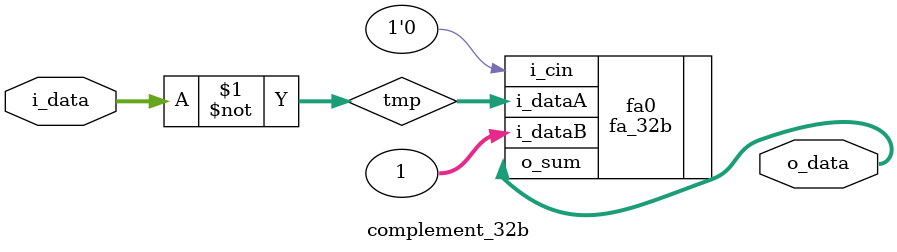
<source format=v>
module complement_32b(o_data, i_data);
  output[31:0] o_data;
  input[31:0]  i_data;
  
  wire[31:0]  tmp;
  
  assign tmp = ~i_data;
  fa_32b fa0(
    .o_sum(o_data),
    .i_dataA(tmp),
    .i_dataB(32'b01),
    .i_cin(1'b0)
    );
    
endmodule

</source>
